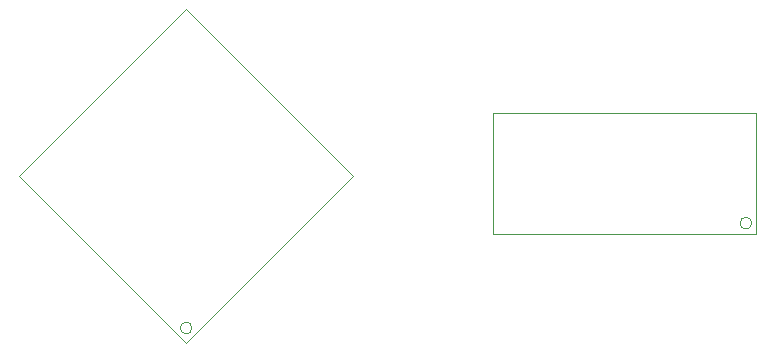
<source format=gbr>
%TF.GenerationSoftware,Altium Limited,Altium Designer,23.1.1 (15)*%
G04 Layer_Color=16711935*
%FSLAX45Y45*%
%MOMM*%
%TF.SameCoordinates,5129EF4F-D339-4E8A-A4D9-011D67CBAE45*%
%TF.FilePolarity,Positive*%
%TF.FileFunction,Other,Mechanical_13*%
%TF.Part,Single*%
G01*
G75*
%TA.AperFunction,NonConductor*%
%ADD164C,0.10000*%
D164*
X1100702Y-17177333D02*
G03*
X1100702Y-17177333I-50000J0D01*
G01*
X5840040Y-16289920D02*
G03*
X5840040Y-16289920I-50000J0D01*
G01*
X1050701Y-17304614D02*
X2464917Y-15890398D01*
X-363510D02*
X1050701Y-14476187D01*
X-363510Y-15890398D02*
X1050701Y-17304614D01*
Y-14476187D02*
X2464917Y-15890398D01*
X3650040Y-16379922D02*
X5880038D01*
X3650040Y-15359920D02*
X5880038D01*
Y-16379922D02*
Y-15359920D01*
X3650040Y-16379922D02*
Y-15359920D01*
%TF.MD5,4fbd131fbc1b4fd1706b9f757fd09f9b*%
M02*

</source>
